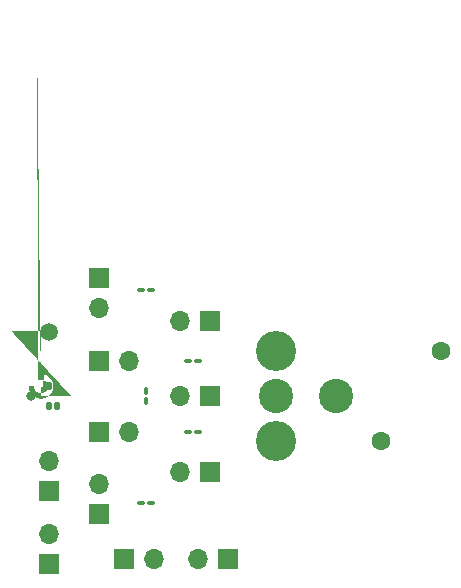
<source format=gbr>
%TF.GenerationSoftware,KiCad,Pcbnew,9.0.0*%
%TF.CreationDate,2025-03-06T01:46:26+08:00*%
%TF.ProjectId,HighDRMic_EVB,48696768-4452-44d6-9963-5f4556422e6b,rev?*%
%TF.SameCoordinates,Original*%
%TF.FileFunction,Soldermask,Top*%
%TF.FilePolarity,Negative*%
%FSLAX46Y46*%
G04 Gerber Fmt 4.6, Leading zero omitted, Abs format (unit mm)*
G04 Created by KiCad (PCBNEW 9.0.0) date 2025-03-06 01:46:26*
%MOMM*%
%LPD*%
G01*
G04 APERTURE LIST*
G04 Aperture macros list*
%AMRoundRect*
0 Rectangle with rounded corners*
0 $1 Rounding radius*
0 $2 $3 $4 $5 $6 $7 $8 $9 X,Y pos of 4 corners*
0 Add a 4 corners polygon primitive as box body*
4,1,4,$2,$3,$4,$5,$6,$7,$8,$9,$2,$3,0*
0 Add four circle primitives for the rounded corners*
1,1,$1+$1,$2,$3*
1,1,$1+$1,$4,$5*
1,1,$1+$1,$6,$7*
1,1,$1+$1,$8,$9*
0 Add four rect primitives between the rounded corners*
20,1,$1+$1,$2,$3,$4,$5,0*
20,1,$1+$1,$4,$5,$6,$7,0*
20,1,$1+$1,$6,$7,$8,$9,0*
20,1,$1+$1,$8,$9,$2,$3,0*%
%AMFreePoly0*
4,1,64,0.301896,1.805218,0.490253,1.727198,0.659769,1.613931,0.803931,1.469769,0.917198,1.300253,0.995218,1.111896,1.034992,0.911938,1.034992,0.708062,0.995218,0.508104,0.917198,0.319747,0.803931,0.150231,0.659769,0.006069,0.490253,-0.107198,0.301896,-0.185218,0.101938,-0.224992,0.046293,-0.224992,0.044871,-0.225581,-0.044871,-0.225581,-0.046293,-0.224992,-0.101938,-0.224992,
-0.301896,-0.185218,-0.490253,-0.107198,-0.659769,0.006069,-0.803931,0.150231,-0.917198,0.319747,-0.995218,0.508104,-1.034992,0.708062,-1.034992,0.886358,-0.580000,0.886358,-0.580000,0.733642,-0.540474,0.586128,-0.464116,0.453872,-0.356128,0.345884,-0.223872,0.269526,-0.076358,0.230000,0.076358,0.230000,0.223872,0.269526,0.356128,0.345884,0.464116,0.453872,0.540474,0.586128,
0.580000,0.733642,0.580000,0.886358,0.540474,1.033872,0.464116,1.166128,0.356128,1.274116,0.223872,1.350474,0.076358,1.390000,-0.076358,1.390000,-0.223872,1.350474,-0.356128,1.274116,-0.464116,1.166128,-0.540474,1.033872,-0.580000,0.886358,-1.034992,0.886358,-1.034992,0.911938,-0.995218,1.111896,-0.917198,1.300253,-0.803931,1.469769,-0.659769,1.613931,-0.490253,1.727198,
-0.301896,1.805218,-0.101938,1.844992,0.101938,1.844992,0.301896,1.805218,0.301896,1.805218,$1*%
G04 Aperture macros list end*
%ADD10R,1.700000X1.700000*%
%ADD11O,1.700000X1.700000*%
%ADD12C,1.600000*%
%ADD13C,3.400000*%
%ADD14C,2.900000*%
%ADD15C,0.800000*%
%ADD16RoundRect,0.112500X0.112500X-0.262500X0.112500X0.262500X-0.112500X0.262500X-0.112500X-0.262500X0*%
%ADD17FreePoly0,90.000000*%
%ADD18RoundRect,0.100000X0.217500X0.100000X-0.217500X0.100000X-0.217500X-0.100000X0.217500X-0.100000X0*%
%ADD19RoundRect,0.100000X-0.217500X-0.100000X0.217500X-0.100000X0.217500X0.100000X-0.217500X0.100000X0*%
%ADD20C,1.500000*%
%ADD21RoundRect,0.100000X0.100000X-0.217500X0.100000X0.217500X-0.100000X0.217500X-0.100000X-0.217500X0*%
G04 APERTURE END LIST*
D10*
%TO.C,J9*%
X172940000Y-113800000D03*
D11*
X170400000Y-113800000D03*
%TD*%
D12*
%TO.C,XLR1*%
X185890000Y-103810000D03*
X190970000Y-96190000D03*
D13*
X177000000Y-103810000D03*
X177000000Y-96190000D03*
D14*
X177000000Y-100000000D03*
X182080000Y-100000000D03*
%TD*%
D15*
%TO.C,MK1*%
X156320000Y-100000000D03*
D16*
X158500000Y-100850000D03*
X157800000Y-100850000D03*
X158500000Y-99150000D03*
X157800000Y-99150000D03*
D17*
X157130000Y-100000000D03*
%TD*%
D10*
%TO.C,J7*%
X171400000Y-106400000D03*
D11*
X168860000Y-106400000D03*
%TD*%
D18*
%TO.C,C1*%
X166407500Y-109000000D03*
X165592500Y-109000000D03*
%TD*%
D10*
%TO.C,J11*%
X157800000Y-114200000D03*
D11*
X157800000Y-111660000D03*
%TD*%
D19*
%TO.C,C2*%
X165592500Y-91000000D03*
X166407500Y-91000000D03*
%TD*%
D10*
%TO.C,J6*%
X171400000Y-93600000D03*
D11*
X168860000Y-93600000D03*
%TD*%
D10*
%TO.C,J2*%
X162000000Y-110000000D03*
D11*
X162000000Y-107460000D03*
%TD*%
D19*
%TO.C,R1*%
X169592500Y-103000000D03*
X170407500Y-103000000D03*
%TD*%
D10*
%TO.C,J4*%
X162000000Y-103000000D03*
D11*
X164540000Y-103000000D03*
%TD*%
D20*
%TO.C,TP1*%
X157800000Y-94600000D03*
%TD*%
D10*
%TO.C,J10*%
X164200000Y-113800000D03*
D11*
X166740000Y-113800000D03*
%TD*%
D10*
%TO.C,J5*%
X162000000Y-97000000D03*
D11*
X164540000Y-97000000D03*
%TD*%
D21*
%TO.C,C3*%
X166000000Y-100407500D03*
X166000000Y-99592500D03*
%TD*%
D10*
%TO.C,J3*%
X162000000Y-90000000D03*
D11*
X162000000Y-92540000D03*
%TD*%
D10*
%TO.C,J8*%
X171400000Y-100000000D03*
D11*
X168860000Y-100000000D03*
%TD*%
D10*
%TO.C,J1*%
X157800000Y-108000000D03*
D11*
X157800000Y-105460000D03*
%TD*%
D19*
%TO.C,R2*%
X169592500Y-97000000D03*
X170407500Y-97000000D03*
%TD*%
M02*

</source>
